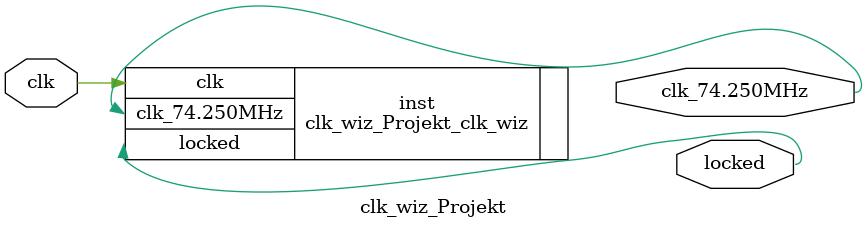
<source format=v>


`timescale 1ps/1ps

(* CORE_GENERATION_INFO = "clk_wiz_Projekt,clk_wiz_v6_0_9_0_0,{component_name=clk_wiz_Projekt,use_phase_alignment=true,use_min_o_jitter=false,use_max_i_jitter=false,use_dyn_phase_shift=false,use_inclk_switchover=false,use_dyn_reconfig=false,enable_axi=0,feedback_source=FDBK_AUTO,PRIMITIVE=MMCM,num_out_clk=1,clkin1_period=10.000,clkin2_period=10.000,use_power_down=false,use_reset=false,use_locked=true,use_inclk_stopped=false,feedback_type=SINGLE,CLOCK_MGR_TYPE=NA,manual_override=false}" *)

module clk_wiz_Projekt 
 (
  // Clock out ports
  output        clk_74.250MHz,
  // Status and control signals
  output        locked,
 // Clock in ports
  input         clk
 );

  clk_wiz_Projekt_clk_wiz inst
  (
  // Clock out ports  
  .clk_74.250MHz(clk_74.250MHz),
  // Status and control signals               
  .locked(locked),
 // Clock in ports
  .clk(clk)
  );

endmodule

</source>
